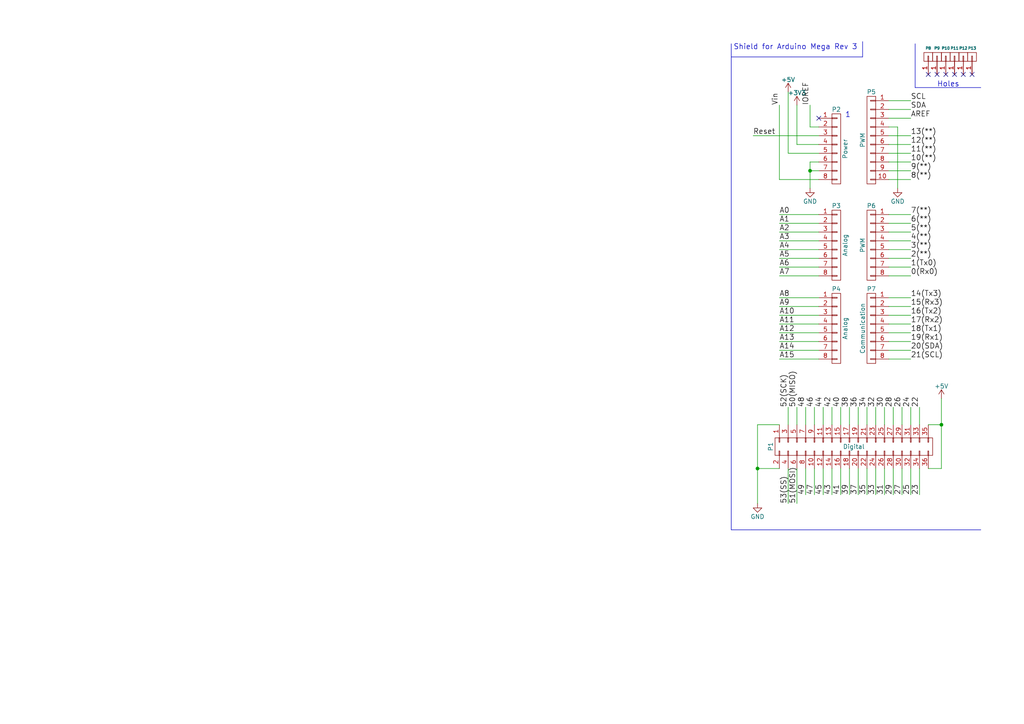
<source format=kicad_sch>
(kicad_sch (version 20230121) (generator eeschema)
  (paper "A4")
  (title_block (date "mar. 31 mars 2015"))
  (lib_symbols
    (symbol "Arduino_Mega-rescue:+3.3V" (power) (pin_names (offset 0))
      (property "Value" "+3.3V" (at 0 3.556 0))
      (symbol "+3.3V_0_1"
        (polyline (pts (xy -0.762 1.27) (xy 0 2.54)))
        (polyline (pts (xy 0 0) (xy 0 2.54)))
        (polyline (pts (xy 0 2.54) (xy 0.762 1.27)))
      )
      (symbol "+3.3V_1_1"
        (pin power_in line (at 0 0 90) (length 0) hide (name "+3V3") (number "1"))
      )
    )
    (symbol "Arduino_Mega-rescue:+5V" (power) (pin_names (offset 0))
      (property "Value" "+5V" (at 0 3.556 0))
      (symbol "+5V_0_1"
        (polyline (pts (xy -0.762 1.27) (xy 0 2.54)))
        (polyline (pts (xy 0 0) (xy 0 2.54)))
        (polyline (pts (xy 0 2.54) (xy 0.762 1.27)))
      )
      (symbol "+5V_1_1"
        (pin power_in line (at 0 0 90) (length 0) hide (name "+5V") (number "1"))
      )
    )
    (symbol "Arduino_Mega-rescue:CONN_01X01" (pin_names (offset 1.016) hide)
      (property "Reference" "P" (at 0 2.54 0))
      (property "Value" "CONN_01X01" (at 2.54 0 90))
      (symbol "CONN_01X01_0_1"
        (rectangle (start -1.27 0.127) (end 0.254 -0.127))
        (rectangle (start -1.27 1.27) (end 1.27 -1.27))
      )
      (symbol "CONN_01X01_1_1"
        (pin passive line (at -5.08 0 0) (length 3.81) (name "P1") (number "1"))
      )
    )
    (symbol "Arduino_Mega-rescue:CONN_01X08" (pin_names (offset 1.016) hide)
      (property "Reference" "P" (at 0 11.43 0))
      (property "Value" "CONN_01X08" (at 2.54 0 90))
      (symbol "CONN_01X08_0_1"
        (rectangle (start -1.27 -10.16) (end 1.27 10.16))
        (rectangle (start -1.27 -8.763) (end 0.254 -9.017))
        (rectangle (start -1.27 -6.223) (end 0.254 -6.477))
        (rectangle (start -1.27 -3.683) (end 0.254 -3.937))
        (rectangle (start -1.27 -1.143) (end 0.254 -1.397))
        (rectangle (start -1.27 1.397) (end 0.254 1.143))
        (rectangle (start -1.27 3.937) (end 0.254 3.683))
        (rectangle (start -1.27 6.477) (end 0.254 6.223))
        (rectangle (start -1.27 9.017) (end 0.254 8.763))
      )
      (symbol "CONN_01X08_1_1"
        (pin passive line (at -5.08 8.89 0) (length 3.81) (name "P1") (number "1"))
        (pin passive line (at -5.08 6.35 0) (length 3.81) (name "P2") (number "2"))
        (pin passive line (at -5.08 3.81 0) (length 3.81) (name "P3") (number "3"))
        (pin passive line (at -5.08 1.27 0) (length 3.81) (name "P4") (number "4"))
        (pin passive line (at -5.08 -1.27 0) (length 3.81) (name "P5") (number "5"))
        (pin passive line (at -5.08 -3.81 0) (length 3.81) (name "P6") (number "6"))
        (pin passive line (at -5.08 -6.35 0) (length 3.81) (name "P7") (number "7"))
        (pin passive line (at -5.08 -8.89 0) (length 3.81) (name "P8") (number "8"))
      )
    )
    (symbol "Arduino_Mega-rescue:CONN_01X10" (pin_names (offset 1.016) hide)
      (property "Reference" "P" (at 0 13.97 0))
      (property "Value" "CONN_01X10" (at 2.54 0 90))
      (symbol "CONN_01X10_0_1"
        (rectangle (start -1.27 -11.303) (end 0.254 -11.557))
        (rectangle (start -1.27 -8.763) (end 0.254 -9.017))
        (rectangle (start -1.27 -6.223) (end 0.254 -6.477))
        (rectangle (start -1.27 -3.683) (end 0.254 -3.937))
        (rectangle (start -1.27 -1.143) (end 0.254 -1.397))
        (rectangle (start -1.27 1.397) (end 0.254 1.143))
        (rectangle (start -1.27 3.937) (end 0.254 3.683))
        (rectangle (start -1.27 6.477) (end 0.254 6.223))
        (rectangle (start -1.27 9.017) (end 0.254 8.763))
        (rectangle (start -1.27 11.557) (end 0.254 11.303))
        (rectangle (start -1.27 12.7) (end 1.27 -12.7))
      )
      (symbol "CONN_01X10_1_1"
        (pin passive line (at -5.08 11.43 0) (length 3.81) (name "P1") (number "1"))
        (pin passive line (at -5.08 -11.43 0) (length 3.81) (name "P10") (number "10"))
        (pin passive line (at -5.08 8.89 0) (length 3.81) (name "P2") (number "2"))
        (pin passive line (at -5.08 6.35 0) (length 3.81) (name "P3") (number "3"))
        (pin passive line (at -5.08 3.81 0) (length 3.81) (name "P4") (number "4"))
        (pin passive line (at -5.08 1.27 0) (length 3.81) (name "P5") (number "5"))
        (pin passive line (at -5.08 -1.27 0) (length 3.81) (name "P6") (number "6"))
        (pin passive line (at -5.08 -3.81 0) (length 3.81) (name "P7") (number "7"))
        (pin passive line (at -5.08 -6.35 0) (length 3.81) (name "P8") (number "8"))
        (pin passive line (at -5.08 -8.89 0) (length 3.81) (name "P9") (number "9"))
      )
    )
    (symbol "Arduino_Mega-rescue:CONN_02X18" (pin_names (offset 0.0254) hide)
      (property "Reference" "P" (at 0 24.13 0))
      (property "Value" "CONN_02X18" (at 0 0 90))
      (symbol "CONN_02X18_0_1"
        (rectangle (start -2.54 -21.463) (end -1.27 -21.717))
        (rectangle (start -2.54 -18.923) (end -1.27 -19.177))
        (rectangle (start -2.54 -16.383) (end -1.27 -16.637))
        (rectangle (start -2.54 -13.843) (end -1.27 -14.097))
        (rectangle (start -2.54 -11.303) (end -1.27 -11.557))
        (rectangle (start -2.54 -8.763) (end -1.27 -9.017))
        (rectangle (start -2.54 -6.223) (end -1.27 -6.477))
        (rectangle (start -2.54 -3.683) (end -1.27 -3.937))
        (rectangle (start -2.54 -1.143) (end -1.27 -1.397))
        (rectangle (start -2.54 1.397) (end -1.27 1.143))
        (rectangle (start -2.54 3.937) (end -1.27 3.683))
        (rectangle (start -2.54 6.477) (end -1.27 6.223))
        (rectangle (start -2.54 9.017) (end -1.27 8.763))
        (rectangle (start -2.54 11.557) (end -1.27 11.303))
        (rectangle (start -2.54 14.097) (end -1.27 13.843))
        (rectangle (start -2.54 16.637) (end -1.27 16.383))
        (rectangle (start -2.54 19.177) (end -1.27 18.923))
        (rectangle (start -2.54 21.717) (end -1.27 21.463))
        (rectangle (start -2.54 22.86) (end 2.54 -22.86))
        (rectangle (start 1.27 -21.463) (end 2.54 -21.717))
        (rectangle (start 1.27 -18.923) (end 2.54 -19.177))
        (rectangle (start 1.27 -16.383) (end 2.54 -16.637))
        (rectangle (start 1.27 -13.843) (end 2.54 -14.097))
        (rectangle (start 1.27 -11.303) (end 2.54 -11.557))
        (rectangle (start 1.27 -8.763) (end 2.54 -9.017))
        (rectangle (start 1.27 -6.223) (end 2.54 -6.477))
        (rectangle (start 1.27 -3.683) (end 2.54 -3.937))
        (rectangle (start 1.27 -1.143) (end 2.54 -1.397))
        (rectangle (start 1.27 1.397) (end 2.54 1.143))
        (rectangle (start 1.27 3.937) (end 2.54 3.683))
        (rectangle (start 1.27 6.477) (end 2.54 6.223))
        (rectangle (start 1.27 9.017) (end 2.54 8.763))
        (rectangle (start 1.27 11.557) (end 2.54 11.303))
        (rectangle (start 1.27 14.097) (end 2.54 13.843))
        (rectangle (start 1.27 16.637) (end 2.54 16.383))
        (rectangle (start 1.27 19.177) (end 2.54 18.923))
        (rectangle (start 1.27 21.717) (end 2.54 21.463))
      )
      (symbol "CONN_02X18_1_1"
        (pin passive line (at -6.35 21.59 0) (length 3.81) (name "P1") (number "1"))
        (pin passive line (at 6.35 11.43 180) (length 3.81) (name "P10") (number "10"))
        (pin passive line (at -6.35 8.89 0) (length 3.81) (name "P11") (number "11"))
        (pin passive line (at 6.35 8.89 180) (length 3.81) (name "P12") (number "12"))
        (pin passive line (at -6.35 6.35 0) (length 3.81) (name "P13") (number "13"))
        (pin passive line (at 6.35 6.35 180) (length 3.81) (name "P14") (number "14"))
        (pin passive line (at -6.35 3.81 0) (length 3.81) (name "P15") (number "15"))
        (pin passive line (at 6.35 3.81 180) (length 3.81) (name "P16") (number "16"))
        (pin passive line (at -6.35 1.27 0) (length 3.81) (name "P17") (number "17"))
        (pin passive line (at 6.35 1.27 180) (length 3.81) (name "P18") (number "18"))
        (pin passive line (at -6.35 -1.27 0) (length 3.81) (name "P19") (number "19"))
        (pin passive line (at 6.35 21.59 180) (length 3.81) (name "P2") (number "2"))
        (pin passive line (at 6.35 -1.27 180) (length 3.81) (name "P20") (number "20"))
        (pin passive line (at -6.35 -3.81 0) (length 3.81) (name "P21") (number "21"))
        (pin passive line (at 6.35 -3.81 180) (length 3.81) (name "P22") (number "22"))
        (pin passive line (at -6.35 -6.35 0) (length 3.81) (name "P23") (number "23"))
        (pin passive line (at 6.35 -6.35 180) (length 3.81) (name "P24") (number "24"))
        (pin passive line (at -6.35 -8.89 0) (length 3.81) (name "P25") (number "25"))
        (pin passive line (at 6.35 -8.89 180) (length 3.81) (name "P26") (number "26"))
        (pin passive line (at -6.35 -11.43 0) (length 3.81) (name "P27") (number "27"))
        (pin passive line (at 6.35 -11.43 180) (length 3.81) (name "P28") (number "28"))
        (pin passive line (at -6.35 -13.97 0) (length 3.81) (name "P29") (number "29"))
        (pin passive line (at -6.35 19.05 0) (length 3.81) (name "P3") (number "3"))
        (pin passive line (at 6.35 -13.97 180) (length 3.81) (name "P30") (number "30"))
        (pin passive line (at -6.35 -16.51 0) (length 3.81) (name "P31") (number "31"))
        (pin passive line (at 6.35 -16.51 180) (length 3.81) (name "P32") (number "32"))
        (pin passive line (at -6.35 -19.05 0) (length 3.81) (name "P33") (number "33"))
        (pin passive line (at 6.35 -19.05 180) (length 3.81) (name "P34") (number "34"))
        (pin passive line (at -6.35 -21.59 0) (length 3.81) (name "P35") (number "35"))
        (pin passive line (at 6.35 -21.59 180) (length 3.81) (name "P36") (number "36"))
        (pin passive line (at 6.35 19.05 180) (length 3.81) (name "P4") (number "4"))
        (pin passive line (at -6.35 16.51 0) (length 3.81) (name "P5") (number "5"))
        (pin passive line (at 6.35 16.51 180) (length 3.81) (name "P6") (number "6"))
        (pin passive line (at -6.35 13.97 0) (length 3.81) (name "P7") (number "7"))
        (pin passive line (at 6.35 13.97 180) (length 3.81) (name "P8") (number "8"))
        (pin passive line (at -6.35 11.43 0) (length 3.81) (name "P9") (number "9"))
      )
    )
    (symbol "Arduino_Mega-rescue:GND" (power) (pin_names (offset 0))
      (property "Value" "GND" (at 0 -3.81 0))
      (symbol "GND_0_1"
        (polyline (pts (xy 0 0) (xy 0 -1.27) (xy 1.27 -1.27) (xy 0 -2.54) (xy -1.27 -1.27) (xy 0 -1.27)))
      )
      (symbol "GND_1_1"
        (pin power_in line (at 0 0 270) (length 0) hide (name "GND") (number "1"))
      )
    )
  )
  (junction (at 219.71 135.89))
  (junction (at 273.05 123.19))
  (junction (at 234.95 49.53))
  (no_connect (at 281.94 21.59))
  (no_connect (at 237.49 34.29))
  (no_connect (at 279.4 21.59))
  (no_connect (at 274.32 21.59))
  (no_connect (at 269.24 21.59))
  (no_connect (at 276.86 21.59))
  (no_connect (at 271.78 21.59))
  (wire (pts (xy 259.08 123.19) (xy 259.08 118.11)))
  (wire (pts (xy 231.14 123.19) (xy 231.14 118.11)))
  (wire (pts (xy 233.68 135.89) (xy 233.68 143.51)))
  (wire (pts (xy 233.68 123.19) (xy 233.68 118.11)))
  (wire (pts (xy 264.16 135.89) (xy 264.16 143.51)))
  (wire (pts (xy 226.06 99.06) (xy 237.49 99.06)))
  (wire (pts (xy 257.81 99.06) (xy 264.16 99.06)))
  (wire (pts (xy 226.06 64.77) (xy 237.49 64.77)))
  (wire (pts (xy 260.35 54.61) (xy 260.35 36.83)))
  (wire (pts (xy 266.7 135.89) (xy 266.7 143.51)))
  (wire (pts (xy 237.49 101.6) (xy 226.06 101.6)))
  (wire (pts (xy 237.49 62.23) (xy 226.06 62.23)))
  (wire (pts (xy 257.81 52.07) (xy 264.16 52.07)))
  (wire (pts (xy 237.49 49.53) (xy 234.95 49.53)))
  (polyline (pts (xy 284.48 25.4) (xy 265.43 25.4)))
  (wire (pts (xy 226.06 104.14) (xy 237.49 104.14)))
  (wire (pts (xy 256.54 135.89) (xy 256.54 143.51)))
  (wire (pts (xy 226.06 88.9) (xy 237.49 88.9)))
  (wire (pts (xy 226.06 80.01) (xy 237.49 80.01)))
  (polyline (pts (xy 250.19 16.51) (xy 250.19 12.065)))
  (wire (pts (xy 237.49 36.83) (xy 234.95 36.83)))
  (wire (pts (xy 231.14 30.48) (xy 231.14 41.91)))
  (polyline (pts (xy 284.48 153.67) (xy 212.09 153.67)))
  (wire (pts (xy 228.6 123.19) (xy 228.6 118.11)))
  (wire (pts (xy 264.16 72.39) (xy 257.81 72.39)))
  (wire (pts (xy 234.95 46.99) (xy 234.95 49.53)))
  (wire (pts (xy 248.92 135.89) (xy 248.92 143.51)))
  (wire (pts (xy 257.81 64.77) (xy 264.16 64.77)))
  (wire (pts (xy 257.81 74.93) (xy 264.16 74.93)))
  (wire (pts (xy 226.06 74.93) (xy 237.49 74.93)))
  (wire (pts (xy 264.16 77.47) (xy 257.81 77.47)))
  (wire (pts (xy 241.3 135.89) (xy 241.3 143.51)))
  (wire (pts (xy 251.46 123.19) (xy 251.46 118.11)))
  (wire (pts (xy 251.46 135.89) (xy 251.46 143.51)))
  (wire (pts (xy 264.16 123.19) (xy 264.16 118.11)))
  (wire (pts (xy 261.62 123.19) (xy 261.62 118.11)))
  (wire (pts (xy 257.81 88.9) (xy 264.16 88.9)))
  (wire (pts (xy 266.7 123.19) (xy 266.7 118.11)))
  (wire (pts (xy 261.62 135.89) (xy 261.62 143.51)))
  (wire (pts (xy 257.81 80.01) (xy 264.16 80.01)))
  (wire (pts (xy 226.06 123.19) (xy 219.71 123.19)))
  (wire (pts (xy 264.16 96.52) (xy 257.81 96.52)))
  (wire (pts (xy 246.38 123.19) (xy 246.38 118.11)))
  (wire (pts (xy 257.81 93.98) (xy 264.16 93.98)))
  (wire (pts (xy 231.14 41.91) (xy 237.49 41.91)))
  (wire (pts (xy 254 135.89) (xy 254 143.51)))
  (wire (pts (xy 237.49 46.99) (xy 234.95 46.99)))
  (wire (pts (xy 264.16 101.6) (xy 257.81 101.6)))
  (wire (pts (xy 264.16 86.36) (xy 257.81 86.36)))
  (wire (pts (xy 219.71 135.89) (xy 219.71 146.05)))
  (wire (pts (xy 226.06 93.98) (xy 237.49 93.98)))
  (wire (pts (xy 237.49 67.31) (xy 226.06 67.31)))
  (wire (pts (xy 218.44 39.37) (xy 237.49 39.37)))
  (wire (pts (xy 226.06 69.85) (xy 237.49 69.85)))
  (wire (pts (xy 234.95 49.53) (xy 234.95 54.61)))
  (wire (pts (xy 259.08 135.89) (xy 259.08 143.51)))
  (wire (pts (xy 264.16 62.23) (xy 257.81 62.23)))
  (wire (pts (xy 264.16 49.53) (xy 257.81 49.53)))
  (wire (pts (xy 264.16 67.31) (xy 257.81 67.31)))
  (wire (pts (xy 257.81 39.37) (xy 264.16 39.37)))
  (wire (pts (xy 236.22 123.19) (xy 236.22 118.11)))
  (wire (pts (xy 226.06 135.89) (xy 219.71 135.89)))
  (wire (pts (xy 241.3 123.19) (xy 241.3 118.11)))
  (wire (pts (xy 219.71 123.19) (xy 219.71 135.89)))
  (wire (pts (xy 264.16 31.75) (xy 257.81 31.75)))
  (wire (pts (xy 228.6 26.67) (xy 228.6 44.45)))
  (wire (pts (xy 228.6 135.89) (xy 228.6 146.05)))
  (wire (pts (xy 237.49 72.39) (xy 226.06 72.39)))
  (wire (pts (xy 231.14 135.89) (xy 231.14 146.05)))
  (wire (pts (xy 257.81 29.21) (xy 264.16 29.21)))
  (wire (pts (xy 243.84 123.19) (xy 243.84 118.11)))
  (wire (pts (xy 238.76 135.89) (xy 238.76 143.51)))
  (wire (pts (xy 257.81 44.45) (xy 264.16 44.45)))
  (wire (pts (xy 264.16 41.91) (xy 257.81 41.91)))
  (wire (pts (xy 248.92 123.19) (xy 248.92 118.11)))
  (wire (pts (xy 226.06 52.07) (xy 226.06 30.48)))
  (wire (pts (xy 257.81 104.14) (xy 264.16 104.14)))
  (wire (pts (xy 256.54 123.19) (xy 256.54 118.11)))
  (wire (pts (xy 228.6 44.45) (xy 237.49 44.45)))
  (wire (pts (xy 254 123.19) (xy 254 118.11)))
  (wire (pts (xy 273.05 123.19) (xy 273.05 135.89)))
  (polyline (pts (xy 265.43 25.4) (xy 265.43 12.7)))
  (wire (pts (xy 237.49 77.47) (xy 226.06 77.47)))
  (wire (pts (xy 236.22 135.89) (xy 236.22 143.51)))
  (wire (pts (xy 237.49 96.52) (xy 226.06 96.52)))
  (wire (pts (xy 238.76 123.19) (xy 238.76 118.11)))
  (wire (pts (xy 260.35 36.83) (xy 257.81 36.83)))
  (wire (pts (xy 273.05 115.57) (xy 273.05 123.19)))
  (wire (pts (xy 273.05 123.19) (xy 269.24 123.19)))
  (wire (pts (xy 234.95 36.83) (xy 234.95 30.48)))
  (wire (pts (xy 273.05 135.89) (xy 269.24 135.89)))
  (wire (pts (xy 237.49 52.07) (xy 226.06 52.07)))
  (wire (pts (xy 243.84 135.89) (xy 243.84 143.51)))
  (wire (pts (xy 257.81 34.29) (xy 264.16 34.29)))
  (wire (pts (xy 237.49 86.36) (xy 226.06 86.36)))
  (wire (pts (xy 246.38 135.89) (xy 246.38 143.51)))
  (wire (pts (xy 264.16 91.44) (xy 257.81 91.44)))
  (polyline (pts (xy 212.09 153.67) (xy 212.09 12.7)))
  (polyline (pts (xy 212.09 16.51) (xy 250.19 16.51)))
  (wire (pts (xy 257.81 69.85) (xy 264.16 69.85)))
  (wire (pts (xy 237.49 91.44) (xy 226.06 91.44)))
  (wire (pts (xy 257.81 46.99) (xy 264.16 46.99)))
  (text "Holes" (at 271.78 25.4 0) (effects (font (size 1.524 1.524)) (justify left bottom)))
  (text "Shield for Arduino Mega Rev 3" (at 212.725 14.605 0) (effects (font (size 1.524 1.524)) (justify left bottom)))
  (text "1" (at 245.11 34.29 0) (effects (font (size 1.524 1.524)) (justify left bottom)))
  (label "8(**)" (at 264.16 52.07 0) (effects (font (size 1.524 1.524))))
  (label "46" (at 236.22 118.11 90) (effects (font (size 1.524 1.524))))
  (label "50(MISO)" (at 231.14 118.11 90) (effects (font (size 1.524 1.524))))
  (label "A1" (at 226.06 64.77 0) (effects (font (size 1.524 1.524))))
  (label "A4" (at 226.06 72.39 0) (effects (font (size 1.524 1.524))))
  (label "IOREF" (at 234.95 30.48 90) (effects (font (size 1.524 1.524))))
  (label "49" (at 233.68 143.51 90) (effects (font (size 1.524 1.524))))
  (label "18(Tx1)" (at 264.16 96.52 0) (effects (font (size 1.524 1.524))))
  (label "40" (at 243.84 118.11 90) (effects (font (size 1.524 1.524))))
  (label "20(SDA)" (at 264.16 101.6 0) (effects (font (size 1.524 1.524))))
  (label "34" (at 251.46 118.11 90) (effects (font (size 1.524 1.524))))
  (label "11(**)" (at 264.16 44.45 0) (effects (font (size 1.524 1.524))))
  (label "25" (at 264.16 143.51 90) (effects (font (size 1.524 1.524))))
  (label "7(**)" (at 264.16 62.23 0) (effects (font (size 1.524 1.524))))
  (label "41" (at 243.84 143.51 90) (effects (font (size 1.524 1.524))))
  (label "9(**)" (at 264.16 49.53 0) (effects (font (size 1.524 1.524))))
  (label "48" (at 233.68 118.11 90) (effects (font (size 1.524 1.524))))
  (label "16(Tx2)" (at 264.16 91.44 0) (effects (font (size 1.524 1.524))))
  (label "22" (at 266.7 118.11 90) (effects (font (size 1.524 1.524))))
  (label "53(SS)" (at 228.6 146.05 90) (effects (font (size 1.524 1.524))))
  (label "1(Tx0)" (at 264.16 77.47 0) (effects (font (size 1.524 1.524))))
  (label "A11" (at 226.06 93.98 0) (effects (font (size 1.524 1.524))))
  (label "A0" (at 226.06 62.23 0) (effects (font (size 1.524 1.524))))
  (label "38" (at 246.38 118.11 90) (effects (font (size 1.524 1.524))))
  (label "52(SCK)" (at 228.6 118.11 90) (effects (font (size 1.524 1.524))))
  (label "17(Rx2)" (at 264.16 93.98 0) (effects (font (size 1.524 1.524))))
  (label "15(Rx3)" (at 264.16 88.9 0) (effects (font (size 1.524 1.524))))
  (label "28" (at 259.08 118.11 90) (effects (font (size 1.524 1.524))))
  (label "A7" (at 226.06 80.01 0) (effects (font (size 1.524 1.524))))
  (label "A13" (at 226.06 99.06 0) (effects (font (size 1.524 1.524))))
  (label "5(**)" (at 264.16 67.31 0) (effects (font (size 1.524 1.524))))
  (label "42" (at 241.3 118.11 90) (effects (font (size 1.524 1.524))))
  (label "14(Tx3)" (at 264.16 86.36 0) (effects (font (size 1.524 1.524))))
  (label "SCL" (at 264.16 29.21 0) (effects (font (size 1.524 1.524))))
  (label "26" (at 261.62 118.11 90) (effects (font (size 1.524 1.524))))
  (label "4(**)" (at 264.16 69.85 0) (effects (font (size 1.524 1.524))))
  (label "43" (at 241.3 143.51 90) (effects (font (size 1.524 1.524))))
  (label "A14" (at 226.06 101.6 0) (effects (font (size 1.524 1.524))))
  (label "Vin" (at 226.06 30.48 90) (effects (font (size 1.524 1.524))))
  (label "24" (at 264.16 118.11 90) (effects (font (size 1.524 1.524))))
  (label "13(**)" (at 264.16 39.37 0) (effects (font (size 1.524 1.524))))
  (label "A5" (at 226.06 74.93 0) (effects (font (size 1.524 1.524))))
  (label "47" (at 236.22 143.51 90) (effects (font (size 1.524 1.524))))
  (label "51(MOSI)" (at 231.14 146.05 90) (effects (font (size 1.524 1.524))))
  (label "39" (at 246.38 143.51 90) (effects (font (size 1.524 1.524))))
  (label "21(SCL)" (at 264.16 104.14 0) (effects (font (size 1.524 1.524))))
  (label "33" (at 254 143.51 90) (effects (font (size 1.524 1.524))))
  (label "30" (at 256.54 118.11 90) (effects (font (size 1.524 1.524))))
  (label "44" (at 238.76 118.11 90) (effects (font (size 1.524 1.524))))
  (label "29" (at 259.08 143.51 90) (effects (font (size 1.524 1.524))))
  (label "A8" (at 226.06 86.36 0) (effects (font (size 1.524 1.524))))
  (label "A10" (at 226.06 91.44 0) (effects (font (size 1.524 1.524))))
  (label "10(**)" (at 264.16 46.99 0) (effects (font (size 1.524 1.524))))
  (label "A3" (at 226.06 69.85 0) (effects (font (size 1.524 1.524))))
  (label "A12" (at 226.06 96.52 0) (effects (font (size 1.524 1.524))))
  (label "37" (at 248.92 143.51 90) (effects (font (size 1.524 1.524))))
  (label "3(**)" (at 264.16 72.39 0) (effects (font (size 1.524 1.524))))
  (label "45" (at 238.76 143.51 90) (effects (font (size 1.524 1.524))))
  (label "35" (at 251.46 143.51 90) (effects (font (size 1.524 1.524))))
  (label "27" (at 261.62 143.51 90) (effects (font (size 1.524 1.524))))
  (label "SDA" (at 264.16 31.75 0) (effects (font (size 1.524 1.524))))
  (label "2(**)" (at 264.16 74.93 0) (effects (font (size 1.524 1.524))))
  (label "12(**)" (at 264.16 41.91 0) (effects (font (size 1.524 1.524))))
  (label "A9" (at 226.06 88.9 0) (effects (font (size 1.524 1.524))))
  (label "AREF" (at 264.16 34.29 0) (effects (font (size 1.524 1.524))))
  (label "31" (at 256.54 143.51 90) (effects (font (size 1.524 1.524))))
  (label "19(Rx1)" (at 264.16 99.06 0) (effects (font (size 1.524 1.524))))
  (label "A2" (at 226.06 67.31 0) (effects (font (size 1.524 1.524))))
  (label "32" (at 254 118.11 90) (effects (font (size 1.524 1.524))))
  (label "A15" (at 226.06 104.14 0) (effects (font (size 1.524 1.524))))
  (label "Reset" (at 218.44 39.37 0) (effects (font (size 1.524 1.524))))
  (label "36" (at 248.92 118.11 90) (effects (font (size 1.524 1.524))))
  (label "6(**)" (at 264.16 64.77 0) (effects (font (size 1.524 1.524))))
  (label "23" (at 266.7 143.51 90) (effects (font (size 1.524 1.524))))
  (label "A6" (at 226.06 77.47 0) (effects (font (size 1.524 1.524))))
  (label "0(Rx0)" (at 264.16 80.01 0) (effects (font (size 1.524 1.524))))
  (symbol (lib_id "Arduino_Mega-rescue:CONN_01X01") (at 269.24 16.51 90) (unit 1)
    (property "Reference" "P8" (at 269.24 13.97 90) (effects (font (size 0.7874 0.7874))))
    (property "Value" "CONN_01X01" (effects hide))
    (property "Footprint" "Socket_Arduino_Mega:Arduino_1pin" (effects hide))
  )
  (symbol (lib_id "Arduino_Mega-rescue:CONN_01X01") (at 271.78 16.51 90) (unit 1)
    (property "Reference" "P9" (at 271.78 13.97 90) (effects (font (size 0.7874 0.7874))))
    (property "Value" "CONN_01X01" (effects hide))
    (property "Footprint" "Socket_Arduino_Mega:Arduino_1pin" (effects hide))
  )
  (symbol (lib_id "Arduino_Mega-rescue:CONN_01X01") (at 274.32 16.51 90) (unit 1)
    (property "Reference" "P10" (at 274.32 13.97 90) (effects (font (size 0.7874 0.7874))))
    (property "Value" "CONN_01X01" (effects hide))
    (property "Footprint" "Socket_Arduino_Mega:Arduino_1pin" (effects hide))
  )
  (symbol (lib_id "Arduino_Mega-rescue:CONN_01X01") (at 276.86 16.51 90) (unit 1)
    (property "Reference" "P11" (at 276.86 13.97 90) (effects (font (size 0.7874 0.7874))))
    (property "Value" "CONN_01X01" (effects hide))
    (property "Footprint" "Socket_Arduino_Mega:Arduino_1pin" (effects hide))
  )
  (symbol (lib_id "Arduino_Mega-rescue:CONN_01X01") (at 279.4 16.51 90) (unit 1)
    (property "Reference" "P12" (at 279.4 13.97 90) (effects (font (size 0.7874 0.7874))))
    (property "Value" "CONN_01X01" (effects hide))
    (property "Footprint" "Socket_Arduino_Mega:Arduino_1pin" (effects hide))
  )
  (symbol (lib_id "Arduino_Mega-rescue:CONN_01X01") (at 281.94 16.51 90) (unit 1)
    (property "Reference" "P13" (at 281.94 13.97 90) (effects (font (size 0.7874 0.7874))))
    (property "Value" "CONN_01X01" (effects hide))
    (property "Footprint" "Socket_Arduino_Mega:Arduino_1pin" (effects hide))
  )
  (symbol (lib_id "Arduino_Mega-rescue:CONN_01X08") (at 242.57 43.18 0) (unit 1)
    (property "Reference" "P2" (at 242.57 31.75 0))
    (property "Value" "Power" (at 245.11 43.18 90))
    (property "Footprint" "Socket_Arduino_Mega:Socket_Strip_Arduino_1x08" (effects hide))
  )
  (symbol (lib_id "Arduino_Mega-rescue:+3.3V") (at 231.14 30.48 0) (unit 1)
    (property "Reference" "#PWR01" (effects hide))
    (property "Value" "+3.3V" (at 231.14 26.924 0))
  )
  (symbol (lib_id "Arduino_Mega-rescue:+5V") (at 228.6 26.67 0) (unit 1)
    (property "Reference" "#PWR02" (effects hide))
    (property "Value" "+5V" (at 228.6 23.114 0))
  )
  (symbol (lib_id "Arduino_Mega-rescue:GND") (at 234.95 54.61 0) (unit 1)
    (property "Reference" "#PWR03" (effects hide))
    (property "Value" "GND" (at 234.95 58.42 0))
  )
  (symbol (lib_id "Arduino_Mega-rescue:CONN_01X10") (at 252.73 40.64 0) (mirror y) (unit 1)
    (property "Reference" "P5" (at 252.73 26.67 0))
    (property "Value" "PWM" (at 250.19 40.64 90))
    (property "Footprint" "Socket_Arduino_Mega:Socket_Strip_Arduino_1x10" (effects hide))
  )
  (symbol (lib_id "Arduino_Mega-rescue:GND") (at 260.35 54.61 0) (unit 1)
    (property "Reference" "#PWR04" (effects hide))
    (property "Value" "GND" (at 260.35 58.42 0))
  )
  (symbol (lib_id "Arduino_Mega-rescue:CONN_01X08") (at 242.57 71.12 0) (unit 1)
    (property "Reference" "P3" (at 242.57 59.69 0))
    (property "Value" "Analog" (at 245.11 71.12 90))
    (property "Footprint" "Socket_Arduino_Mega:Socket_Strip_Arduino_1x08" (effects hide))
  )
  (symbol (lib_id "Arduino_Mega-rescue:CONN_01X08") (at 252.73 71.12 0) (mirror y) (unit 1)
    (property "Reference" "P6" (at 252.73 59.69 0))
    (property "Value" "PWM" (at 250.19 71.12 90))
    (property "Footprint" "Socket_Arduino_Mega:Socket_Strip_Arduino_1x08" (effects hide))
  )
  (symbol (lib_id "Arduino_Mega-rescue:CONN_01X08") (at 242.57 95.25 0) (unit 1)
    (property "Reference" "P4" (at 242.57 83.82 0))
    (property "Value" "Analog" (at 245.11 95.25 90))
    (property "Footprint" "Socket_Arduino_Mega:Socket_Strip_Arduino_1x08" (effects hide))
  )
  (symbol (lib_id "Arduino_Mega-rescue:CONN_01X08") (at 252.73 95.25 0) (mirror y) (unit 1)
    (property "Reference" "P7" (at 252.73 83.82 0))
    (property "Value" "Communication" (at 250.19 95.25 90))
    (property "Footprint" "Socket_Arduino_Mega:Socket_Strip_Arduino_1x08" (effects hide))
  )
  (symbol (lib_id "Arduino_Mega-rescue:CONN_02X18") (at 247.65 129.54 90) (mirror x) (unit 1)
    (property "Reference" "P1" (at 223.52 129.54 0))
    (property "Value" "Digital" (at 247.65 129.54 90))
    (property "Footprint" "Socket_Arduino_Mega:Socket_Strip_Arduino_2x18" (effects hide))
  )
  (symbol (lib_id "Arduino_Mega-rescue:GND") (at 219.71 146.05 0) (unit 1)
    (property "Reference" "#PWR05" (effects hide))
    (property "Value" "GND" (at 219.71 149.86 0))
  )
  (symbol (lib_id "Arduino_Mega-rescue:+5V") (at 273.05 115.57 0) (unit 1)
    (property "Reference" "#PWR06" (effects hide))
    (property "Value" "+5V" (at 273.05 112.014 0))
  )
)
</source>
